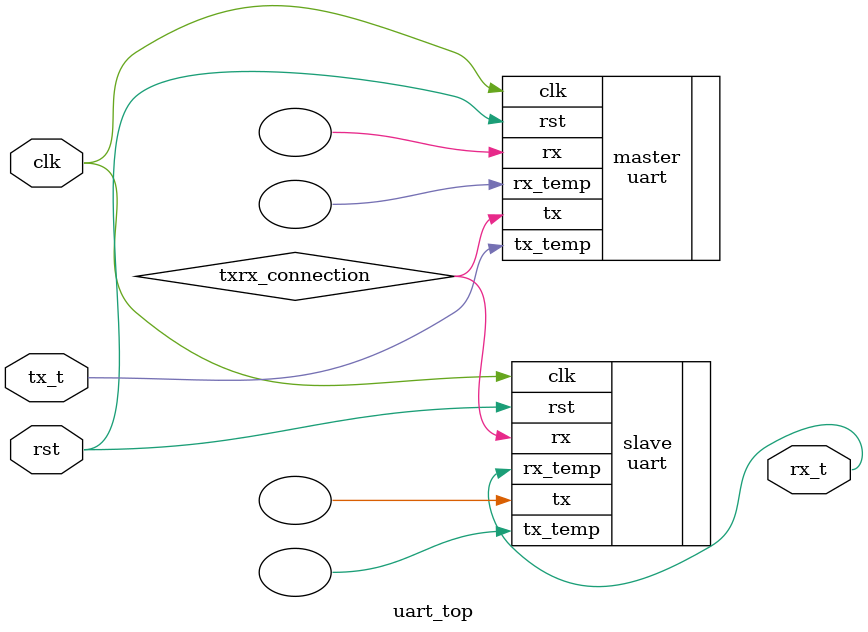
<source format=sv>

module uart_top (
	input 	logic clk,
	input 	logic rst,
	input 	logic tx_t,
	output  logic rx_t 
);
	logic txrx_connection;

	uart master (
		.clk	(clk),
		.rx		(),
		.rst	(rst),
      	.tx_temp(tx_t),
      	.tx		(txrx_connection),
      	.rx_temp()
    	);
	uart slave (
		.clk	(clk),
		.rx		(txrx_connection),
      	.tx_temp(),
		.rst	(rst),
      	.tx		(),
      	.rx_temp(rx_t)
    	);
endmodule


</source>
